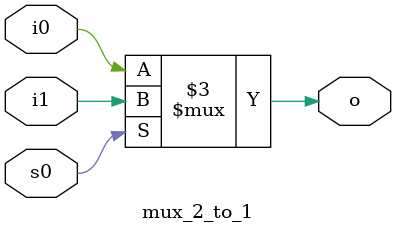
<source format=v>
`timescale 1ns / 1ps
module mux_2_to_1(
    input i0,
    input i1,
    input s0,
    output reg o
    );
	
	always @(i0 or i1 or s0) begin
		if(s0)
			o = i1;
		else
			o = i0;
	end

endmodule

</source>
